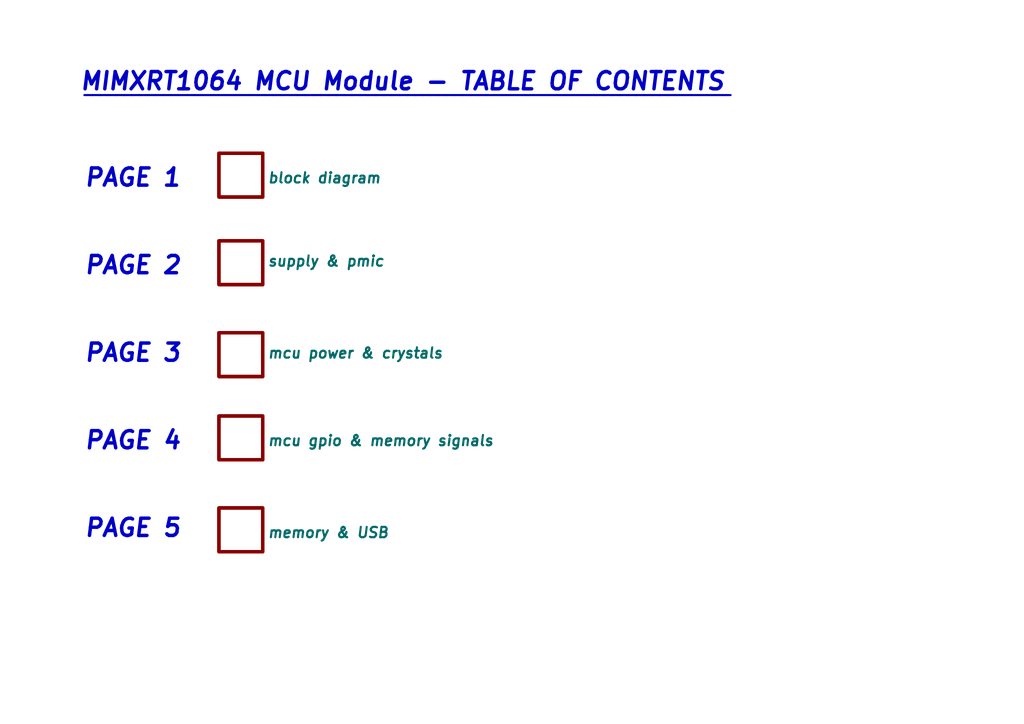
<source format=kicad_sch>
(kicad_sch (version 20211123) (generator eeschema)
  (paper "A4")
  (title_block (title "Table on contents") (date "2023-05-19") (rev "0") (company "Soundsom"))
  (lib_symbols)
  (text "MIMXRT1064 MCU Module - TABLE OF CONTENTS" (at 22.86 26.67 0) (effects (font (size 5 5) (thickness 1) bold italic) (justify left bottom)))
  (text "PAGE 2" (at 24.13 80.01 0) (effects (font (size 5 5) bold italic) (justify left bottom)))
  (text "PAGE 3" (at 24.13 105.41 0) (effects (font (size 5 5) bold italic) (justify left bottom)))
  (text "PAGE 4" (at 24.13 130.81 0) (effects (font (size 5 5) bold italic) (justify left bottom)))
  (text "PAGE 1" (at 24.13 54.61 0) (effects (font (size 5 5) bold italic) (justify left bottom)))
  (text "PAGE 5" (at 24.13 156.21 0) (effects (font (size 5 5) bold italic) (justify left bottom)))
  (text "__________________________________________________________________________________" (at 24.13 27.94 0) (effects (font (size 3 3) bold italic) (justify left bottom)))
  (sheet (at 63.5 147.32) (size 12.7 12.7) (stroke (width 1))
    (property "Sheet name" "memory & USB" (at 77.47 156.21 0) (effects (font (size 3 3) bold italic) (justify left bottom)))
    (property "Sheet file" "memory_usb.kicad_sch" (effects hide))
  )
  (sheet (at 63.5 120.65) (size 12.7 12.7) (stroke (width 1))
    (property "Sheet name" "mcu gpio & memory signals" (at 77.47 129.54 0) (effects (font (size 3 3) bold italic) (justify left bottom)))
    (property "Sheet file" "mcu_pinout.kicad_sch" (effects hide))
  )
  (sheet (at 63.5 96.52) (size 12.7 12.7) (stroke (width 1))
    (property "Sheet name" "mcu power & crystals" (at 77.47 104.14 0) (effects (font (size 3 3) bold italic) (justify left bottom)))
    (property "Sheet file" "mcu_power_crystals.kicad_sch" (effects hide))
  )
  (sheet (at 63.5 69.85) (size 12.7 12.7) (stroke (width 1))
    (property "Sheet name" "supply & pmic" (at 77.47 77.47 0) (effects (font (size 3 3) bold italic) (justify left bottom)))
    (property "Sheet file" "supply_pmic.kicad_sch" (effects hide))
  )
  (sheet (at 63.5 44.45) (size 12.7 12.7) (stroke (width 1))
    (property "Sheet name" "block diagram" (at 77.47 53.34 0) (effects (font (size 3 3) bold italic) (justify left bottom)))
    (property "Sheet file" "block_diagram.kicad_sch" (effects hide))
  )
)
</source>
